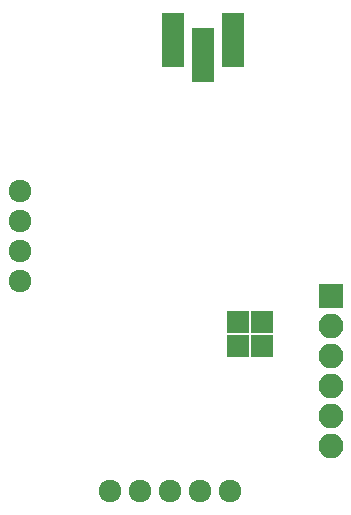
<source format=gbr>
G04 #@! TF.FileFunction,Soldermask,Bot*
%FSLAX46Y46*%
G04 Gerber Fmt 4.6, Leading zero omitted, Abs format (unit mm)*
G04 Created by KiCad (PCBNEW 4.0.7-e2-6376~58~ubuntu16.04.1) date Tue Dec  5 16:58:08 2017*
%MOMM*%
%LPD*%
G01*
G04 APERTURE LIST*
%ADD10C,0.100000*%
%ADD11R,1.900000X4.600000*%
%ADD12C,1.924000*%
%ADD13R,1.924000X1.924000*%
%ADD14R,2.100000X2.100000*%
%ADD15O,2.100000X2.100000*%
G04 APERTURE END LIST*
D10*
D11*
X144881600Y-79502000D03*
X147421600Y-80772000D03*
X149961600Y-79502000D03*
D12*
X131902200Y-92354400D03*
X131902200Y-94894400D03*
X131902200Y-97434400D03*
X131902200Y-99974400D03*
X139522200Y-117754400D03*
X142062200Y-117754400D03*
X144602200Y-117754400D03*
X147142200Y-117754400D03*
X149682200Y-117754400D03*
D13*
X152384000Y-103378000D03*
X150384000Y-103378000D03*
X152384000Y-105435400D03*
X150384000Y-105435400D03*
D14*
X158242000Y-101219000D03*
D15*
X158242000Y-103759000D03*
X158242000Y-106299000D03*
X158242000Y-108839000D03*
X158242000Y-111379000D03*
X158242000Y-113919000D03*
M02*

</source>
